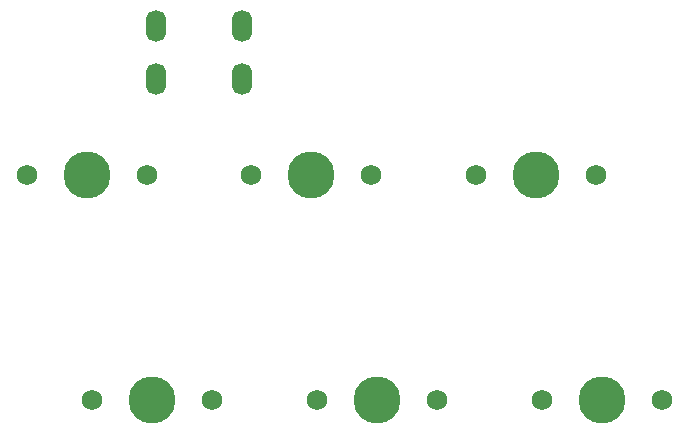
<source format=gbr>
%TF.GenerationSoftware,KiCad,Pcbnew,(6.0.11)*%
%TF.CreationDate,2023-05-29T20:04:11-04:00*%
%TF.ProjectId,MacroPad1.1,4d616372-6f50-4616-9431-2e312e6b6963,rev?*%
%TF.SameCoordinates,Original*%
%TF.FileFunction,Soldermask,Top*%
%TF.FilePolarity,Negative*%
%FSLAX46Y46*%
G04 Gerber Fmt 4.6, Leading zero omitted, Abs format (unit mm)*
G04 Created by KiCad (PCBNEW (6.0.11)) date 2023-05-29 20:04:11*
%MOMM*%
%LPD*%
G01*
G04 APERTURE LIST*
%ADD10C,1.750000*%
%ADD11C,3.987800*%
%ADD12O,1.700000X2.700000*%
G04 APERTURE END LIST*
D10*
%TO.C,MX6*%
X144021250Y-103137500D03*
X133861250Y-103137500D03*
D11*
X138941250Y-103137500D03*
%TD*%
%TO.C,MX3*%
X114303250Y-84087500D03*
D10*
X109223250Y-84087500D03*
X119383250Y-84087500D03*
%TD*%
%TO.C,MX5*%
X138433250Y-84087500D03*
D11*
X133353250Y-84087500D03*
D10*
X128273250Y-84087500D03*
%TD*%
%TO.C,MX4*%
X114811250Y-103137500D03*
X124971250Y-103137500D03*
D11*
X119891250Y-103137500D03*
%TD*%
%TO.C,MX1*%
X95285000Y-84087500D03*
D10*
X100365000Y-84087500D03*
X90205000Y-84087500D03*
%TD*%
%TO.C,MX2*%
X105921250Y-103137500D03*
D11*
X100841250Y-103137500D03*
D10*
X95761250Y-103137500D03*
%TD*%
D12*
%TO.C,USB1*%
X108425000Y-75937500D03*
X101125000Y-75937500D03*
X108425000Y-71437500D03*
X101125000Y-71437500D03*
%TD*%
M02*

</source>
